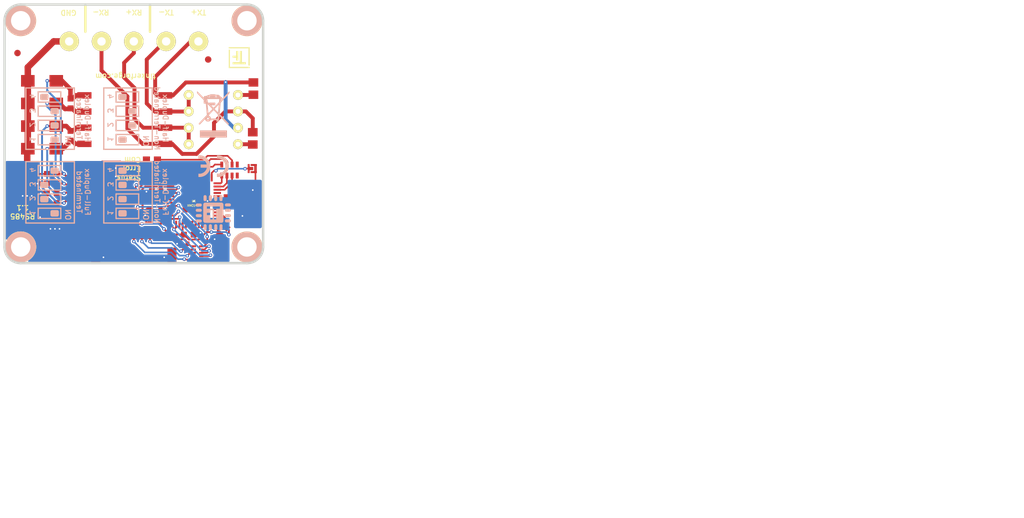
<source format=kicad_pcb>
(kicad_pcb (version 20221018) (generator pcbnew)
  (title_block (title "RS485") (date "2021-03-26") (rev "1.1") (company "Tinkerforge GmbH") (comment 1 "Licensed under CERN OHL v.1.1") (comment 2 "Copyright (©) 2021, B.Nordmeyer <bastian@tinkerforge.com>"))
  (layers (0 "F.Cu" signal "Vorderseite") (31 "B.Cu" signal "Rückseite") (34 "B.Paste" user) (35 "F.Paste" user) (36 "B.SilkS" user "B.Silkscreen") (37 "F.SilkS" user "F.Silkscreen") (38 "B.Mask" user) (39 "F.Mask" user) (44 "Edge.Cuts" user))
  (net 0 "")
  (net 1 "GND")
  (net 2 "VCC")
  (net 3 "Net-(C1-Pad2)")
  (net 4 "Net-(C8-Pad1)")
  (net 5 "Net-(D1-Pad2)")
  (net 6 "Net-(D2-Pad2)")
  (net 7 "Net-(D3-Pad2)")
  (net 8 "S-MISO")
  (net 9 "S-MOSI")
  (net 10 "S-CLK")
  (net 11 "S-CS")
  (net 12 "Net-(P2-Pad2)")
  (net 13 "Net-(RP1-Pad5)")
  (net 14 "Net-(RP1-Pad6)")
  (net 15 "Net-(RP1-Pad7)")
  (net 16 "Net-(R1-Pad1)")
  (net 17 "Net-(R2-Pad2)")
  (net 18 "Net-(D4-Pad1)")
  (net 19 "Net-(D5-Pad1)")
  (net 20 "Net-(D6-Pad1)")
  (net 21 "Net-(D7-Pad1)")
  (net 22 "485-R")
  (net 23 "485-~{REB}")
  (net 24 "485-DE")
  (net 25 "485-D")
  (net 26 "Net-(RP2-Pad5)")
  (net 27 "Net-(RP2-Pad6)")
  (net 28 "Net-(RP2-Pad7)")
  (net 29 "Net-(RP2-Pad8)")
  (net 30 "~{TX}")
  (net 31 "TX")
  (net 32 "~{RX}")
  (net 33 "RX")
  (net 34 "Earth")
  (net 35 "Net-(C9-Pad1)")
  (net 36 "Net-(R9-Pad1)")
  (net 37 "Net-(C101-Pad1)")
  (net 38 "Net-(P1-Pad1)")
  (net 39 "Net-(P1-Pad4)")
  (net 40 "Net-(P1-Pad5)")
  (net 41 "Net-(P1-Pad6)")
  (net 42 "Net-(RP1-Pad1)")
  (net 43 "Net-(RP1-Pad8)")
  (net 44 "Net-(RP3-Pad4)")
  (net 45 "Net-(U1-Pad2)")
  (net 46 "Net-(U1-Pad3)")
  (net 47 "Net-(U1-Pad4)")
  (net 48 "Net-(U1-Pad5)")
  (net 49 "Net-(U1-Pad6)")
  (net 50 "Net-(U1-Pad7)")
  (net 51 "Net-(U1-Pad8)")
  (net 52 "Net-(U1-Pad9)")
  (net 53 "Net-(U1-Pad10)")
  (net 54 "Net-(U1-Pad11)")
  (net 55 "Net-(U1-Pad12)")
  (net 56 "Net-(U1-Pad21)")
  (net 57 "Net-(U1-Pad22)")
  (net 58 "Net-(U1-Pad26)")
  (net 59 "Net-(U1-Pad28)")
  (net 60 "Net-(U1-Pad29)")
  (net 61 "Net-(U1-Pad30)")
  (net 62 "Net-(U1-Pad31)")
  (net 63 "Net-(U1-Pad32)")
  (net 64 "Net-(U1-Pad33)")
  (net 65 "Net-(U1-Pad34)")
  (net 66 "Net-(U1-Pad35)")
  (net 67 "Net-(U1-Pad36)")
  (net 68 "Net-(U1-Pad39)")
  (net 69 "Net-(U1-Pad40)")
  (net 70 "Net-(U1-Pad43)")
  (net 71 "Net-(U1-Pad44)")
  (net 72 "Net-(U1-Pad45)")
  (net 73 "Net-(U6-Pad1)")
  (net 74 "Net-(U6-Pad8)")
  (net 75 "Net-(U6-Pad13)")
  (footprint "kicad-libraries:SolderJumper" (layer "F.Cu") (at 163.617157 108.470711 180)
    (fp_text reference "P2")
    (fp_text value "BOOT")
  )
  (footprint "kicad-libraries:0603X4" (layer "F.Cu") (at 160.1 108.7)
    (fp_text reference "RP1")
    (fp_text value "1k")
  )
  (footprint "kicad-libraries:WE-SL" (layer "F.Cu") (at 143.9 100.9)
    (fp_text reference "L1")
    (fp_text value "WE-SL")
  )
  (footprint "kicad-libraries:0603X4" (layer "F.Cu") (at 144 113.6 -90)
    (fp_text reference "RP2")
    (fp_text value "10k")
  )
  (footprint "kicad-libraries:SOIC-14_3.9x8.7mm_Pitch1.27mm" (layer "F.Cu") (at 138.6 112.2 180)
    (fp_text reference "U6")
    (fp_text value "SP3491")
  )
  (footprint "kicad-libraries:QFN48-EP2" (layer "F.Cu") (at 154.6 113.5 180)
    (fp_text reference "U1")
    (fp_text value "XMC1404")
  )
  (footprint "kicad-libraries:CRYSTAL_3225" (layer "F.Cu") (at 162.9 113.8 -90)
    (fp_text reference "X1")
    (fp_text value "16MHz")
  )
  (footprint "kicad-libraries:0603X4" (layer "F.Cu") (at 148.7 115.7 -90)
    (fp_text reference "RP3")
    (fp_text value "10k")
  )
  (footprint "D0603E" (layer "F.Cu") (at 148.1 107.1)
    (fp_text reference "D1")
    (fp_text value "yellow")
  )
  (footprint "D0603E" (layer "F.Cu") (at 148.1 108.5)
    (fp_text reference "D2")
    (fp_text value "red")
  )
  (footprint "D0603E" (layer "F.Cu") (at 148.1 109.9)
    (fp_text reference "D3")
    (fp_text value "blue")
  )
  (footprint "DO-214AC" (layer "F.Cu") (at 131.1 105.4 180)
    (fp_text reference "D4")
    (fp_text value "SMAJ24CA")
  )
  (footprint "DO-214AC" (layer "F.Cu") (at 131.1 98.4 180)
    (fp_text reference "D5")
    (fp_text value "SMAJ24CA")
  )
  (footprint "DO-214AC" (layer "F.Cu") (at 131.1 101.9 180)
    (fp_text reference "D6")
    (fp_text value "SMAJ24CA")
  )
  (footprint "DO-214AC" (layer "F.Cu") (at 131.1 94.9 180)
    (fp_text reference "D7")
    (fp_text value "SMAJ24CA")
  )
  (footprint "CON-SENSOR2" (layer "F.Cu") (at 145.3 123.1)
    (fp_text reference "P1")
    (fp_text value "CON-SENSOR2")
  )
  (footprint "SW_DIP_4_THT" (layer "F.Cu") (at 157.6 100.9 -90)
    (fp_text reference "SW1")
    (fp_text value "SW_DIP_4")
  )
  (footprint "DRILL_NP" (layer "F.Cu") (at 127.8 85.6 -90)
    (fp_text reference "U2" hide)
    (fp_text value "DRILL" hide)
  )
  (footprint "DRILL_NP" (layer "F.Cu") (at 127.8 120.6 90)
    (fp_text reference "U3" hide)
    (fp_text value "DRILL" hide)
  )
  (footprint "DRILL_NP" (layer "F.Cu") (at 162.8 120.6 90)
    (fp_text reference "U4" hide)
    (fp_text value "DRILL" hide)
  )
  (footprint "DRILL_NP" (layer "F.Cu") (at 162.8 85.6)
    (fp_text reference "U5" hide)
    (fp_text value "DRILL" hide)
  )
  (footprint "R0603F" (layer "F.Cu") (at 135.5 103.4 -90)
    (fp_text reference "R4")
    (fp_text value "2.2k")
  )
  (footprint "C0603F" (layer "F.Cu") (at 137.5 119.6 -90)
    (fp_text reference "C1")
    (fp_text value "1uF")
  )
  (footprint "C0603F" (layer "F.Cu") (at 133.1 119.6 -90)
    (fp_text reference "C2")
    (fp_text value "1uF")
  )
  (footprint "C0603F" (layer "F.Cu") (at 159.1 118.1 -135)
    (fp_text reference "C3")
    (fp_text value "100nF")
  )
  (footprint "C0603F" (layer "F.Cu") (at 148.1 112.75 90)
    (fp_text reference "C4")
    (fp_text value "100nF")
  )
  (footprint "C0603F" (layer "F.Cu") (at 153.8 118.7)
    (fp_text reference "C5")
    (fp_text value "100nF")
  )
  (footprint "C0603F" (layer "F.Cu") (at 149.4 112.75 90)
    (fp_text reference "C6")
    (fp_text value "220nF")
  )
  (footprint "C0603E" (layer "F.Cu") (at 132.6 116)
    (fp_text reference "C7")
    (fp_text value "100nF")
  )
  (footprint "C0603F" (layer "F.Cu") (at 162.9 116.5 180)
    (fp_text reference "C8")
    (fp_text value "10pF")
  )
  (footprint "C0603F" (layer "F.Cu") (at 162.9 111.1)
    (fp_text reference "C9")
    (fp_text value "10pF")
  )
  (footprint "AKL_5_5" (layer "F.Cu") (at 145.3 88.8)
    (fp_text reference "P3")
    (fp_text value "CONN_5")
  )
  (footprint "R0603F" (layer "F.Cu") (at 132.6 113.8)
    (fp_text reference "R3")
    (fp_text value "2.7k")
  )
  (footprint "R0603F" (layer "F.Cu") (at 132.6 112.3 180)
    (fp_text reference "R5")
    (fp_text value "2.7k")
  )
  (footprint "R0805E" (layer "F.Cu") (at 163.7 103.8 90)
    (fp_text reference "R1")
    (fp_text value "120")
  )
  (footprint "R0805E" (layer "F.Cu") (at 163.8 96.1 -90)
    (fp_text reference "R2")
    (fp_text value "120")
  )
  (footprint "R0603F" (layer "F.Cu") (at 132.6 109.3)
    (fp_text reference "R6")
    (fp_text value "2.7k")
  )
  (footprint "R0603F" (layer "F.Cu") (at 135.5 98.4 -90)
    (fp_text reference "R7")
    (fp_text value "2.2k")
  )
  (footprint "R0603F" (layer "F.Cu") (at 132.6 110.8 180)
    (fp_text reference "R8")
    (fp_text value "2.7k")
  )
  (footprint "C1206" (layer "F.Cu") (at 128.8 110.3 -90)
    (fp_text reference "PTC1")
    (fp_text value "0ZCJ0016FF2E")
  )
  (footprint "R0402E" (layer "F.Cu") (at 160.2 112.9)
    (fp_text reference "R9")
    (fp_text value "0")
  )
  (footprint "kicad-libraries:R0603F" (layer "F.Cu") (at 135.3 120.4 180)
    (fp_text reference "FB1")
    (fp_text value "FILTER")
  )
  (footprint "kicad-libraries:4X0402" (layer "F.Cu") (at 155.15 121.25 90)
    (fp_text reference "RP101")
    (fp_text value "82")
  )
  (footprint "kicad-libraries:C0402F" (layer "F.Cu") (at 153.1 120.1 180)
    (fp_text reference "C101")
    (fp_text value "220pF")
  )
  (footprint "kicad-libraries:Fiducial_Mark" (layer "F.Cu") (at 131.3 121.6)
    (fp_text reference "Fiducial_Mark" hide)
    (fp_text value "VAL**" hide)
  )
  (footprint "kicad-libraries:Fiducial_Mark" (layer "F.Cu") (at 127.3 90.6)
    (fp_text reference "Fiducial_Mark" hide)
    (fp_text value "VAL**" hide)
  )
  (footprint "kicad-libraries:Fiducial_Mark" (layer "F.Cu") (at 159 120.8)
    (fp_text reference "Fiducial_Mark" hide)
    (fp_text value "VAL**" hide)
  )
  (footprint "kicad-libraries:Logo_31x31" (layer "F.Cu") (at 161.6 91.3 180)
    (fp_text reference "G***" hide)
    (fp_text value "LOGO" hide)
  )
  (footprint "kicad-libraries:Fiducial_Mark" (layer "F.Cu") (at 156.8 91.6)
    (fp_text reference "Fiducial_Mark" hide)
    (fp_text value "VAL**" hide)
  )
  (footprint "R0603F" (layer "F.Cu") (at 144 111.1 180)
    (fp_text reference "R101")
    (fp_text value "10k")
  )
  (footprint "kicad-libraries:CE_5mm" (layer "B.Cu") (at 157.6 108.1 180)
    (fp_text reference "VAL" hide)
    (fp_text value "CE_5mm" hide)
  )
  (footprint "kicad-libraries:WEEE_7mm" (layer "B.Cu") (at 157.6 100.1 180)
    (fp_text reference "VAL" hide)
    (fp_text value "WEEE_7mm" hide)
  )
  (footprint "kicad-libraries:Logo_CoMCU" (layer "B.Cu") (at 157.6 115.3 180)
    (fp_text reference "G***" hide)
    (fp_text value "LOGO" hide)
  )
  (gr_line (start 134 102.6) (end 130.5 102.6) (stroke (width 0.2)) (layer "B.SilkS"))
  (gr_line (start 134 101) (end 134 102.6) (stroke (width 0.2)) (layer "B.SilkS"))
  (gr_line (start 130.5 101) (end 134 101) (stroke (width 0.2)) (layer "B.SilkS"))
  (gr_line (start 130.5 102.6) (end 130.5 101) (stroke (width 0.2)) (layer "B.SilkS"))
  (gr_line (start 130.5 100.4) (end 130.5 98.8) (stroke (width 0.2)) (layer "B.SilkS"))
  (gr_line (start 130.5 98.8) (end 134 98.8) (stroke (width 0.2)) (layer "B.SilkS"))
  (gr_line (start 134 98.8) (end 134 100.4) (stroke (width 0.2)) (layer "B.SilkS"))
  (gr_line (start 134 100.4) (end 130.5 100.4) (stroke (width 0.2)) (layer "B.SilkS"))
  (gr_line (start 134 98.2) (end 130.5 98.2) (stroke (width 0.2)) (layer "B.SilkS"))
  (gr_line (start 134 96.6) (end 134 98.2) (stroke (width 0.2)) (layer "B.SilkS"))
  (gr_line (start 130.5 96.6) (end 134 96.6) (stroke (width 0.2)) (layer "B.SilkS"))
  (gr_line (start 130.5 98.2) (end 130.5 96.6) (stroke (width 0.2)) (layer "B.SilkS"))
  (gr_line (start 142.55 98.2) (end 142.55 96.6) (stroke (width 0.2)) (layer "B.SilkS"))
  (gr_line (start 142.55 96.6) (end 146.05 96.6) (stroke (width 0.2)) (layer "B.SilkS"))
  (gr_line (start 146.05 96.6) (end 146.05 98.2) (stroke (width 0.2)) (layer "B.SilkS"))
  (gr_line (start 146.05 98.2) (end 142.55 98.2) (stroke (width 0.2)) (layer "B.SilkS"))
  (gr_line (start 146.05 100.4) (end 142.55 100.4) (stroke (width 0.2)) (layer "B.SilkS"))
  (gr_line (start 146.05 98.8) (end 146.05 100.4) (stroke (width 0.2)) (layer "B.SilkS"))
  (gr_line (start 142.55 98.8) (end 146.05 98.8) (stroke (width 0.2)) (layer "B.SilkS"))
  (gr_line (start 142.55 100.4) (end 142.55 98.8) (stroke (width 0.2)) (layer "B.SilkS"))
  (gr_line (start 142.55 102.6) (end 142.55 101) (stroke (width 0.2)) (layer "B.SilkS"))
  (gr_line (start 142.55 101) (end 146.05 101) (stroke (width 0.2)) (layer "B.SilkS"))
  (gr_line (start 146.05 101) (end 146.05 102.6) (stroke (width 0.2)) (layer "B.SilkS"))
  (gr_line (start 146.05 102.6) (end 142.55 102.6) (stroke (width 0.2)) (layer "B.SilkS"))
  (gr_line (start 146.05 104.8) (end 142.55 104.8) (stroke (width 0.2)) (layer "B.SilkS"))
  (gr_line (start 146.05 103.2) (end 146.05 104.8) (stroke (width 0.2)) (layer "B.SilkS"))
  (gr_line (start 142.55 103.2) (end 146.05 103.2) (stroke (width 0.2)) (layer "B.SilkS"))
  (gr_line (start 142.55 104.8) (end 142.55 103.2) (stroke (width 0.2)) (layer "B.SilkS"))
  (gr_line (start 148.15 105.5) (end 140.65 105.5) (stroke (width 0.2)) (layer "B.SilkS"))
  (gr_line (start 148.15 96) (end 148.15 105.5) (stroke (width 0.2)) (layer "B.SilkS"))
  (gr_line (start 140.65 96) (end 148.15 96) (stroke (width 0.2)) (layer "B.SilkS"))
  (gr_line (start 140.65 105.5) (end 140.65 96) (stroke (width 0.2)) (layer "B.SilkS"))
  (gr_line (start 140.65 116.9) (end 140.65 107.4) (stroke (width 0.2)) (layer "B.SilkS"))
  (gr_line (start 140.65 107.4) (end 148.15 107.4) (stroke (width 0.2)) (layer "B.SilkS"))
  (gr_line (start 148.15 107.4) (end 148.15 116.9) (stroke (width 0.2)) (layer "B.SilkS"))
  (gr_line (start 148.15 116.9) (end 140.65 116.9) (stroke (width 0.2)) (layer "B.SilkS"))
  (gr_line (start 142.55 116.2) (end 142.55 114.6) (stroke (width 0.2)) (layer "B.SilkS"))
  (gr_line (start 142.55 114.6) (end 146.05 114.6) (stroke (width 0.2)) (layer "B.SilkS"))
  (gr_line (start 146.05 114.6) (end 146.05 116.2) (stroke (width 0.2)) (layer "B.SilkS"))
  (gr_line (start 146.05 116.2) (end 142.55 116.2) (stroke (width 0.2)) (layer "B.SilkS"))
  (gr_line (start 146.05 114) (end 142.55 114) (stroke (width 0.2)) (layer "B.SilkS"))
  (gr_line (start 146.05 112.4) (end 146.05 114) (stroke (width 0.2)) (layer "B.SilkS"))
  (gr_line (start 142.55 112.4) (end 146.05 112.4) (stroke (width 0.2)) (layer "B.SilkS"))
  (gr_line (start 142.55 114) (end 142.55 112.4) (stroke (width 0.2)) (layer "B.SilkS"))
  (gr_line (start 142.55 111.8) (end 142.55 110.2) (stroke (width 0.2)) (layer "B.SilkS"))
  (gr_line (start 142.55 110.2) (end 146.05 110.2) (stroke (width 0.2)) (layer "B.SilkS"))
  (gr_line (start 146.05 110.2) (end 146.05 111.8) (stroke (width 0.2)) (layer "B.SilkS"))
  (gr_line (start 146.05 111.8) (end 142.55 111.8) (stroke (width 0.2)) (layer "B.SilkS"))
  (gr_line (start 146.05 109.6) (end 142.55 109.6) (stroke (width 0.2)) (layer "B.SilkS"))
  (gr_line (start 146.05 108) (end 146.05 109.6) (stroke (width 0.2)) (layer "B.SilkS"))
  (gr_line (start 142.55 108) (end 146.05 108) (stroke (width 0.2)) (layer "B.SilkS"))
  (gr_line (start 142.55 109.6) (end 142.55 108) (stroke (width 0.2)) (layer "B.SilkS"))
  (gr_line (start 130.5 109.6) (end 130.5 108) (stroke (width 0.2)) (layer "B.SilkS"))
  (gr_line (start 130.5 108) (end 134 108) (stroke (width 0.2)) (layer "B.SilkS"))
  (gr_line (start 134 108) (end 134 109.6) (stroke (width 0.2)) (layer "B.SilkS"))
  (gr_line (start 134 109.6) (end 130.5 109.6) (stroke (width 0.2)) (layer "B.SilkS"))
  (gr_line (start 134 111.8) (end 130.5 111.8) (stroke (width 0.2)) (layer "B.SilkS"))
  (gr_line (start 134 110.2) (end 134 111.8) (stroke (width 0.2)) (layer "B.SilkS"))
  (gr_line (start 130.5 110.2) (end 134 110.2) (stroke (width 0.2)) (layer "B.SilkS"))
  (gr_line (start 130.5 111.8) (end 130.5 110.2) (stroke (width 0.2)) (layer "B.SilkS"))
  (gr_line (start 130.5 114) (end 130.5 112.4) (stroke (width 0.2)) (layer "B.SilkS"))
  (gr_line (start 130.5 112.4) (end 134 112.4) (stroke (width 0.2)) (layer "B.SilkS"))
  (gr_line (start 134 112.4) (end 134 114) (stroke (width 0.2)) (layer "B.SilkS"))
  (gr_line (start 134 114) (end 130.5 114) (stroke (width 0.2)) (layer "B.SilkS"))
  (gr_line (start 134 116.2) (end 130.5 116.2) (stroke (width 0.2)) (layer "B.SilkS"))
  (gr_line (start 134 114.6) (end 134 116.2) (stroke (width 0.2)) (layer "B.SilkS"))
  (gr_line (start 130.5 114.6) (end 134 114.6) (stroke (width 0.2)) (layer "B.SilkS"))
  (gr_line (start 130.5 116.2) (end 130.5 114.6) (stroke (width 0.2)) (layer "B.SilkS"))
  (gr_line (start 136.1 116.9) (end 128.6 116.9) (stroke (width 0.2)) (layer "B.SilkS"))
  (gr_line (start 136.1 107.4) (end 136.1 116.9) (stroke (width 0.2)) (layer "B.SilkS"))
  (gr_line (start 128.6 107.4) (end 136.1 107.4) (stroke (width 0.2)) (layer "B.SilkS"))
  (gr_line (start 128.6 116.9) (end 128.6 107.4) (stroke (width 0.2)) (layer "B.SilkS"))
  (gr_line (start 128.6 105.5) (end 128.6 96) (stroke (width 0.2)) (layer "B.SilkS"))
  (gr_line (start 128.6 96) (end 136.1 96) (stroke (width 0.2)) (layer "B.SilkS"))
  (gr_line (start 134 103.2) (end 134 104.8) (stroke (width 0.2)) (layer "B.SilkS"))
  (gr_line (start 130.5 104.8) (end 130.5 103.2) (stroke (width 0.2)) (layer "B.SilkS"))
  (gr_line (start 136.1 105.5) (end 128.6 105.5) (stroke (width 0.2)) (layer "B.SilkS"))
  (gr_line (start 134 104.8) (end 130.5 104.8) (stroke (width 0.2)) (layer "B.SilkS"))
  (gr_line (start 136.1 96) (end 136.1 105.5) (stroke (width 0.2)) (layer "B.SilkS"))
  (gr_line (start 130.5 103.2) (end 134 103.2) (stroke (width 0.2)) (layer "B.SilkS"))
  (gr_line (start 147.8 87.3) (end 147.8 83.1) (stroke (width 0.381)) (layer "F.SilkS"))
  (gr_line (start 137.8 87.3) (end 137.8 83.1) (stroke (width 0.381)) (layer "F.SilkS"))
  (gr_line (start 125.3 85.6) (end 125.3 120.6) (stroke (width 0.381)) (layer "Edge.Cuts"))
  (gr_line (start 127.8 83.1) (end 162.8 83.1) (stroke (width 0.381)) (layer "Edge.Cuts"))
  (gr_arc (start 125.3 85.6) (mid 126.032233 83.832233) (end 127.8 83.1) (stroke (width 0.381)) (layer "Edge.Cuts"))
  (gr_arc (start 127.8 123.1) (mid 126.032233 122.367767) (end 125.3 120.6) (stroke (width 0.381)) (layer "Edge.Cuts"))
  (gr_line (start 165.3 120.6) (end 165.3 85.6) (stroke (width 0.381)) (layer "Edge.Cuts"))
  (gr_line (start 162.8 123.1) (end 127.8 123.1) (stroke (width 0.381)) (layer "Edge.Cuts"))
  (gr_arc (start 162.8 83.1) (mid 164.567767 83.832233) (end 165.3 85.6) (stroke (width 0.381)) (layer "Edge.Cuts"))
  (gr_arc (start 165.3 120.6) (mid 164.567767 122.367767) (end 162.8 123.1) (stroke (width 0.381)) (layer "Edge.Cuts"))
  (gr_text "2" (at 129.6 101.7 270) (layer "B.SilkS") (effects (font (size 0.8 0.8)) (justify mirror)))
  (gr_text "3" (at 129.6 99.5 270) (layer "B.SilkS") (effects (font (size 0.8 0.8)) (justify mirror)))
  (gr_text "4" (at 129.6 97.3 270) (layer "B.SilkS") (effects (font (size 0.8 0.8)) (justify mirror)))
  (gr_text "Half-Duplex\nNon-Terminated" (at 149.55 100.7 270) (layer "B.SilkS") (effects (font (size 0.8 0.8)) (justify mirror)))
  (gr_text "4" (at 141.65 97.3 270) (layer "B.SilkS") (effects (font (size 0.8 0.8)) (justify mirror)))
  (gr_text "3" (at 141.65 99.5 270) (layer "B.SilkS") (effects (font (size 0.8 0.8)) (justify mirror)))
  (gr_text "2" (at 141.65 101.7 270) (layer "B.SilkS") (effects (font (size 0.8 0.8)) (justify mirror)))
  (gr_text "1" (at 141.65 103.9 270) (layer "B.SilkS") (effects (font (size 0.8 0.8)) (justify mirror)))
  (gr_text "ON" (at 147.15 104.2 270) (layer "B.SilkS") (effects (font (size 0.8 0.8)) (justify mirror)))
  (gr_text "ON" (at 147.15 115.6 270) (layer "B.SilkS") (effects (font (size 0.8 0.8)) (justify mirror)))
  (gr_text "1" (at 141.65 115.3 270) (layer "B.SilkS") (effects (font (size 0.8 0.8)) (justify mirror)))
  (gr_text "2" (at 141.65 113.1 270) (layer "B.SilkS") (effects (font (size 0.8 0.8)) (justify mirror)))
  (gr_text "3" (at 141.65 110.9 270) (layer "B.SilkS") (effects (font (size 0.8 0.8)) (justify mirror)))
  (gr_text "4" (at 141.65 108.7 270) (layer "B.SilkS") (effects (font (size 0.8 0.8)) (justify mirror)))
  (gr_text "Full-Duplex\nNon-Terminated" (at 149.55 112.1 270) (layer "B.SilkS") (effects (font (size 0.8 0.8)) (justify mirror)))
  (gr_text "Full-Duplex\nTerminated" (at 137.5 112.1 270) (layer "B.SilkS") (effects (font (size 0.8 0.8)) (justify mirror)))
  (gr_text "4" (at 129.6 108.7 270) (layer "B.SilkS") (effects (font (size 0.8 0.8)) (justify mirror)))
  (gr_text "3" (at 129.6 110.9 270) (layer "B.SilkS") (effects (font (size 0.8 0.8)) (justify mirror)))
  (gr_text "2" (at 129.6 113.1 270) (layer "B.SilkS") (effects (font (size 0.8 0.8)) (justify mirror)))
  (gr_text "1" (at 129.6 115.3 270) (layer "B.SilkS") (effects (font (size 0.8 0.8)) (justify mirror)))
  (gr_text "ON" (at 135.1 115.6 270) (layer "B.SilkS") (effects (font (size 0.8 0.8)) (justify mirror)))
  (gr_text "1" (at 129.6 103.9 270) (layer "B.SilkS") (effects (font (size 0.8 0.8)) (justify mirror)))
  (gr_text "ON" (at 135.1 104.2 270) (layer "B.SilkS") (effects (font (size 0.8 0.8)) (justify mirror)))
  (gr_text "Half-Duplex\nTerminated" (at 137.5 100.7 270) (layer "B.SilkS") (effects (font (size 0.8 0.8)) (justify mirror)))
  (gr_text "RS485\n1.1" (at 128.1 115.2 180) (layer "F.SilkS") (effects (font (size 0.8001 0.8001) (thickness 0.14986))))
  (gr_text "Status" (at 146.5 109.9 180) (layer "F.SilkS") (effects (font (size 0.8 0.8)) (justify left)))
  (gr_text "Com" (at 146.5 107.1 180) (layer "F.SilkS") (effects (font (size 0.8 0.8)) (justify left)))
  (gr_text "TX-" (at 150.3 84.3 180) (layer "F.SilkS") (effects (font (size 0.8 0.8))))
  (gr_text "GND" (at 135.2 84.35 180) (layer "F.SilkS") (effects (font (size 0.8 0.8))))
  (gr_text "RX+" (at 145.3 84.3 180) (layer "F.SilkS") (effects (font (size 0.8 0.8))))
  (gr_text "tinkerforge.com" (at 144 94.2 180) (layer "F.SilkS") (effects (font (size 0.8001 0.8001) (thickness 0.14986))))
  (gr_text "Error" (at 146.5 108.5 180) (layer "F.SilkS") (effects (font (size 0.8 0.8)) (justify left)))
  (gr_text "RX-" (at 140.2 84.3 180) (layer "F.SilkS") (effects (font (size 0.8 0.8))))
  (gr_text "TX+" (at 155.3 84.3 180) (layer "F.SilkS") (effects (font (size 0.8 0.8))))
  (segment (start 133.0499 118.7499) (end 132.4 118.1) (width 0.7) (layer "F.Cu") (net 1))
  (segment (start 132.4 118.1) (end 132.4 117.8) (width 0.7) (layer "F.Cu") (net 1))
  (segment (start 133.1 118.7) (end 133.8 118) (width 0.7) (layer "F.Cu") (net 1))
  (segment (start 133.8 118) (end 133.8 117.8) (width 0.7) (layer "F.Cu") (net 1))
  (segment (start 128.80114 111.80114) (end 129.5 112.5) (width 0.7) (layer "F.Cu") (net 1))
  (segment (start 129.5 112.5) (end 129.5 112.7) (width 0.7) (layer "F.Cu") (net 1))
  (segment (start 128.39886 111.80114) (end 128.1 112.1) (width 0.7) (layer "F.Cu") (net 1))
  (segment (start 128.1 112.1) (end 128.1 112.7) (width 0.7) (layer "F.Cu") (net 1))
  (segment (start 142.49 108.39) (end 142.5 108.4) (width 0.7) (layer "F.Cu") (net 1))
  (segment (start 142.46 109.66) (end 142.5 109.7) (width 0.59944) (layer "F.Cu") (net 1))
  (segment (start 140.59916 122.20084) (end 140.6 122.2) (width 0.5) (layer "F.Cu") (net 1))
  (segment (start 150.00084 122.20084) (end 150 122.2) (width 0.5) (layer "F.Cu") (net 1))
  (segment (start 154.8 113.5) (end 154.6 113.5) (width 0.25) (layer "F.Cu") (net 1))
  (segment (start 162.0499 115.8501) (end 162.1 115.8) (width 0.5) (layer "F.Cu") (net 1))
  (segment (start 162.0999 115.7999) (end 162.1 115.8) (width 0.5) (layer "F.Cu") (net 1))
  (segment (start 163.7001 111.8001) (end 163.7 111.8) (width 0.5) (layer "F.Cu") (net 1))
  (segment (start 163.7501 111.7499) (end 163.7 111.8) (width 0.5) (layer "F.Cu") (net 1))
  (segment (start 158.64828 116.24828) (end 158.9 116.5) (width 0.29972) (layer "F.Cu") (net 1))
  (segment (start 158.9 116.5) (end 158.9 116.9) (width 0.29972) (layer "F.Cu") (net 1))
  (segment (start 158.9 116.9) (end 158.3 117.5) (width 0.29972) (layer "F.Cu") (net 1))
  (segment (start 158.3 117.5) (end 158.3 118.502222) (width 0.29972) (layer "F.Cu") (net 1))
  (segment (start 158.3 118.502222) (end 158.498889 118.701111) (width 0.29972) (layer "F.Cu") (net 1))
  (segment (start 164.067158 109.020711) (end 164.117157 108.970711) (width 0.25) (layer "F.Cu") (net 1))
  (segment (start 164.117157 108.970711) (end 164.117157 108.47071) (width 0.25) (layer "F.Cu") (net 1))
  (segment (start 164.067157 107.92071) (end 164.117157 107.970711) (width 0.25) (layer "F.Cu") (net 1))
  (segment (start 164.117157 107.970711) (end 164.117157 108.47071) (width 0.25) (layer "F.Cu") (net 1))
  (segment (start 164.117157 110.732943) (end 163.7501 111.1) (width 0.25) (layer "F.Cu") (net 1))
  (segment (start 142.8 119.7) (end 142.6 119.9) (width 0.5) (layer "F.Cu") (net 1))
  (segment (start 142.6 119.9) (end 141.1 119.9) (width 0.5) (layer "F.Cu") (net 1))
  (segment (start 141.1 119.9) (end 139.9499 118.7499) (width 0.5) (layer "F.Cu") (net 1))
  (segment (start 139.9499 118.7499) (end 137.5 118.7499) (width 0.5) (layer "F.Cu") (net 1))
  (segment (start 155.3 118.7) (end 155.6 118.4) (width 0.25) (layer "F.Cu") (net 1))
  (segment (start 150.4007 112.7507) (end 149.65 112) (width 0.2) (layer "F.Cu") (net 1))
  (segment (start 149.65 112) (end 149.4 112) (width 0.2) (layer "F.Cu") (net 1))
  (segment (start 147.3 112) (end 147.25 112.05) (width 0.5) (layer "F.Cu") (net 1))
  (segment (start 147.44878 116.09878) (end 147.05 115.7) (width 0.25) (layer "F.Cu") (net 1))
  (segment (start 147.44878 115.30122) (end 147.05 115.7) (width 0.25) (layer "F.Cu") (net 1))
  (segment (start 147.49888 114.50112) (end 147.2 114.8) (width 0.25) (layer "F.Cu") (net 1))
  (segment (start 147.2 114.8) (end 147.2 115.55) (width 0.25) (layer "F.Cu") (net 1))
  (segment (start 147.2 115.55) (end 147.05 115.7) (width 0.25) (layer "F.Cu") (net 1))
  (segment (start 147.34888 116.89888) (end 147.2 116.75) (width 0.25) (layer "F.Cu") (net 1))
  (segment (start 147.2 116.75) (end 147.2 115.85) (width 0.25) (layer "F.Cu") (net 1))
  (segment (start 147.2 115.85) (end 147.05 115.7) (width 0.25) (layer "F.Cu") (net 1))
  (segment (start 133.1 118.7499) (end 137.5 118.7499) (width 0.7) (layer "F.Cu") (net 1))
  (segment (start 154.6501 118.7) (end 155.3 118.7) (width 0.25) (layer "F.Cu") (net 1))
  (segment (start 150.98812 112.7507) (end 150.4007 112.7507) (width 0.2) (layer "F.Cu") (net 1))
  (segment (start 147.8491 116.89888) (end 147.34888 116.89888) (width 0.25) (layer "F.Cu") (net 1))
  (segment (start 139.50118 122.20084) (end 140.59916 122.20084) (width 0.5) (layer "F.Cu") (net 1))
  (segment (start 152.6 120.1) (end 152 120.1) (width 0.25) (layer "F.Cu") (net 1))
  (segment (start 154.6 113.5) (end 156.7 113.5) (width 0.7) (layer "F.Cu") (net 1))
  (segment (start 151.09882 122.20084) (end 150.00084 122.20084) (width 0.5) (layer "F.Cu") (net 1))
  (segment (start 147.8491 114.50112) (end 147.49888 114.50112) (width 0.25) (layer "F.Cu") (net 1))
  (segment (start 158.498889 118.701111) (end 157.8 119.4) (width 0.29972) (layer "F.Cu") (net 1))
  (segment (start 141.3 109.66) (end 142.46 109.66) (width 0.59944) (layer "F.Cu") (net 1))
  (segment (start 163.7001 111.8001) (end 163.7001 112.70018) (width 0.5) (layer "F.Cu") (net 1))
  (segment (start 131.7499 116) (end 130.8 116) (width 0.7) (layer "F.Cu") (net 1))
  (segment (start 142.8 109.7) (end 142.5 109.7) (width 0.25) (layer "F.Cu") (net 1))
  (segment (start 147.8491 115.30122) (end 147.44878 115.30122) (width 0.25) (layer "F.Cu") (net 1))
  (segment (start 149.4 112) (end 148.1 112) (width 0.5) (layer "F.Cu") (net 1))
  (segment (start 148.1 112) (end 147.3 112) (width 0.5) (layer "F.Cu") (net 1))
  (segment (start 128.8 111.80114) (end 128.39886 111.80114) (width 0.7) (layer "F.Cu") (net 1))
  (segment (start 143.25 110.15) (end 142.8 109.7) (width 0.25) (layer "F.Cu") (net 1))
  (segment (start 133.1 118.7499) (end 133.1 117.8) (width 0.7) (layer "F.Cu") (net 1))
  (segment (start 143.25 111.1) (end 143.25 110.15) (width 0.25) (layer "F.Cu") (net 1))
  (segment (start 163.7501 111.1) (end 163.7501 111.7499) (width 0.5) (layer "F.Cu") (net 1))
  (segment (start 164.117157 108.470711) (end 164.117157 110.732943) (width 0.25) (layer "F.Cu") (net 1))
  (segment (start 133.1 118.7499) (end 133.0499 118.7499) (width 0.7) (layer "F.Cu") (net 1))
  (segment (start 162.0499 115.8501) (end 162.0499 116.5) (width 0.5) (layer "F.Cu") (net 1))
  (segment (start 128.8 111.80114) (end 128.8 112.7) (width 0.7) (layer "F.Cu") (net 1))
  (segment (start 147.8491 116.09878) (end 147.44878 116.09878) (width 0.25) (layer "F.Cu") (net 1))
  (segment (start 131.7499 112.3) (end 130.9 112.3) (width 0.7) (layer "F.Cu") (net 1))
  (segment (start 162.0999 114.89982) (end 162.0999 115.7999) (width 0.5) (layer "F.Cu") (net 1))
  (segment (start 133.1 118.7499) (end 133.1 118.7) (width 0.7) (layer "F.Cu") (net 1))
  (segment (start 141.3 108.39) (end 142.49 108.39) (width 0.59944) (layer "F.Cu") (net 1))
  (segment (start 158.20934 116.24828) (end 158.64828 116.24828) (width 0.29972) (layer "F.Cu") (net 1))
  (segment (start 163.842158 109.020711) (end 164.067158 109.020711) (width 0.25) (layer "F.Cu") (net 1))
  (segment (start 142.8 118.5) (end 142.8 119.7) (width 0.5) (layer "F.Cu") (net 1))
  (segment (start 131.7499 110.8) (end 130.4 110.8) (width 0.7) (layer "F.Cu") (net 1))
  (segment (start 128.8 111.80114) (end 128.80114 111.80114) (width 0.7) (layer "F.Cu") (net 1))
  (segment (start 163.842157 107.92071) (end 164.067157 107.92071) (width 0.25) (layer "F.Cu") (net 1))
  (via (at 142.5 108.4) (size 0.55) (drill 0.25) (layers "F.Cu" "B.Cu") (net 1))
  (via (at 150 122.2) (size 0.55) (drill 0.25) (layers "F.Cu" "B.Cu") (net 1))
  (via (at 152 120.1) (size 0.55) (drill 0.25) (layers "F.Cu" "B.Cu") (net 1))
  (via (at 130.9 112.3) (size 0.55) (drill 0.25) (layers "F.Cu" "B.Cu") (net 1))
  (via (at 147.05 115.7) (size 0.55) (drill 0.25) (layers "F.Cu" "B.Cu") (net 1))
  (via (at 157.8 119.4) (size 0.55) (drill 0.25) (layers "F.Cu" "B.Cu") (net 1))
  (via (at 130.8 116) (size 0.55) (drill 0.25) (layers "F.Cu" "B.Cu") (net 1))
  (via (at 129.5 112.7) (size 0.55) (drill 0.25) (layers "F.Cu" "B.Cu") (net 1))
  (via (at 133.8 117.8) (size 0.55) (drill 0.25) (layers "F.Cu" "B.Cu") (net 1))
  (via (at 162.1 115.8) (size 0.55) (drill 0.25) (layers "F.Cu" "B.Cu") (net 1))
  (via (at 140.6 122.2) (size 0.55) (drill 0.25) (layers "F.Cu" "B.Cu") (net 1))
  (via (at 142.5 109.7) (size 0.55) (drill 0.25) (layers "F.Cu" "B.Cu") (net 1))
  (via (at 132.4 117.8) (size 0.55) (drill 0.25) (layers "F.Cu" "B.Cu") (net 1))
  (via (at 156.7 113.5) (size 0.55) (drill 0.25) (layers "F.Cu" "B.Cu") (net 1))
  (via (at 155.6 118.4) (size 0.55) (drill 0.25) (layers "F.Cu" "B.Cu") (net 1))
  (via (at 147.25 112.05) (size 0.55) (drill 0.25) (layers "F.Cu" "B.Cu") (net 1))
  (via (at 128.8 112.7) (size 0.55) (drill 0.25) (layers "F.Cu" "B.Cu") (net 1))
  (via (at 128.1 112.7) (size 0.55) (drill 0.25) (layers "F.Cu" "B.Cu") (net 1))
  (via (at 130.4 110.8) (size 0.55) (drill 0.25) (layers "F.Cu" "B.Cu") (net 1))
  (via (at 154.6 113.5) (size 0.55) (drill 0.25) (layers "F.Cu" "B.Cu") (net 1))
  (via (at 163.7 111.8) (size 0.55) (drill 0.25) (layers "F.Cu" "B.Cu") (net 1))
  (via (at 133.1 117.8) (size 0.55) (drill 0.25) (layers "F.Cu" "B.Cu") (net 1))
  (segment (start 161.6 113.5) (end 162.1 114) (width 0.7) (layer "B.Cu") (net 1))
  (segment (start 162.1 114) (end 162.1 115.8) (width 0.7) (layer "B.Cu") (net 1))
  (segment (start 156.7 113.5) (end 161.6 113.5) (width 0.7) (layer "B.Cu") (net 1))
  (segment (start 133.4601 116.01) (end 133.4501 116) (width 0.29972) (layer "F.Cu") (net 2))
  (segment (start 133.4501 115.5501) (end 132.8 114.9) (width 0.29972) (layer "F.Cu") (net 2))
  (segment (start 132.8 114.9) (end 132.1 114.9) (width 0.29972) (layer "F.Cu") (net 2))
  (segment (start 132.1 114.9) (end 131.7499 114.5499) (width 0.29972) (layer "F.Cu") (net 2))
  (segment (start 131.7499 114.5499) (end 131.7499 113.8) (width 0.29972) (layer "F.Cu") (net 2))
  (segment (start 134.3998 120.4501) (end 134.4499 120.4) (width 0.7) (layer "F.Cu") (net 2))
  (segment (start 133.4501 116.5499) (end 133 117) (width 0.29972) (layer "F.Cu") (net 2))
  (segment (start 133 117) (end 131.9 117) (width 0.29972) (layer "F.Cu") (net 2))
  (segment (start 131.9 117) (end 131.4 117.5) (width 0.29972) (layer "F.Cu") (net 2))
  (segment (start 131.4 117.5) (end 131.4 119.7) (width 0.29972) (layer "F.Cu") (net 2))
  (segment (start 131.4 119.7) (end 132.1501 120.4501) (width 0.29972) (layer "F.Cu") (net 2))
  (segment (start 132.1501 120.4501) (end 133.1 120.4501) (width 0.29972) (layer "F.Cu") (net 2))
  (segment (start 159.0479 115.7479) (end 159.4 116.1) (width 0.29972) (layer "F.Cu") (net 2))
  (segment (start 159.4 116.1) (end 159.4 117.197778) (width 0.29972) (layer "F.Cu") (net 2))
  (segment (start 159.4 117.197778) (end 159.701111 117.498889) (width 0.29972) (layer "F.Cu") (net 2))
  (segment (start 159.701111 117.701111) (end 160 118) (width 0.29972) (layer "F.Cu") (net 2))
  (segment (start 160 118) (end 160 118.7) (width 0.29972) (layer "F.Cu") (net 2))
  (segment (start 148.1 113.4) (end 148.7 112.8) (width 0.2) (layer "F.Cu") (net 2))
  (segment (start 148.7 112.8) (end 149.95 112.8) (width 0.2) (layer "F.Cu") (net 2))
  (segment (start 149.95 112.8) (end 150.40108 113.25108) (width 0.2) (layer "F.Cu") (net 2))
  (segment (start 150.40108 113.25108) (end 150.98812 113.25108) (width 0.2) (layer "F.Cu") (net 2))
  (segment (start 150.14892 113.74892) (end 149.9 113.5) (width 0.2) (layer "F.Cu") (net 2))
  (segment (start 149.9 113.5) (end 149.4 113.5) (width 0.2) (layer "F.Cu") (net 2))
  (segment (start 144.825 116.975) (end 146.65 115.15) (width 0.29972) (layer "F.Cu") (net 2))
  (segment (start 146.65 115.15) (end 146.65 113.95) (width 0.29972) (layer "F.Cu") (net 2))
  (segment (start 146.65 113.95) (end 147.1 113.5) (width 0.29972) (layer "F.Cu") (net 2))
  (segment (start 147.1 113.5) (end 148.1 113.5) (width 0.29972) (layer "F.Cu") (net 2))
  (segment (start 146.55 117) (end 143.1 117) (width 0.29972) (layer "F.Cu") (net 2))
  (segment (start 143.1 117) (end 143.125 116.975) (width 0.29972) (layer "F.Cu") (net 2))
  (segment (start 130.75 109.3) (end 129.75 110.3) (width 0.25) (layer "F.Cu") (net 2))
  (segment (start 129.75 110.3) (end 129.75 111.05) (width 0.25) (layer "F.Cu") (net 2))
  (segment (start 129.75 111.05) (end 130.2 111.5) (width 0.25) (layer "F.Cu") (net 2))
  (segment (start 130.2 111.5) (end 130.2 113.2) (width 0.25) (layer "F.Cu") (net 2))
  (segment (start 130.2 113.2) (end 130.8 113.8) (width 0.25) (layer "F.Cu") (net 2))
  (segment (start 131.7499 113.8) (end 130.8 113.8) (width 0.25) (layer "F.Cu") (net 2))
  (segment (start 143.1 117) (end 143.125 116.975) (width 0.25) (layer "F.Cu") (net 2))
  (segment (start 155.386203 119.45) (end 156.536203 118.3) (width 0.25) (layer "F.Cu") (net 2))
  (segment (start 131.85 109.3) (end 130.75 109.3) (width 0.25) (layer "F.Cu") (net 2))
  (segment (start 144.3 108.5) (end 143.2 107.4) (width 0.29972) (layer "F.Cu") (net 2))
  (segment (start 150.98812 113.74892) (end 150.14892 113.74892) (width 0.2) (layer "F.Cu") (net 2))
  (segment (start 152.9499 118.7) (end 153.05 118.7) (width 0.25) (layer "F.Cu") (net 2))
  (segment (start 147.2499 109.9) (end 147.2499 108.5) (width 0.25) (layer "F.Cu") (net 2))
  (segment (start 139.8 115.9) (end 138.7 117) (width 0.29972) (layer "F.Cu") (net 2))
  (segment (start 153.025279 118.675279) (end 150.825279 118.675279) (width 0.29972) (layer "F.Cu") (net 2))
  (segment (start 153.05 118.7) (end 153.8 119.45) (width 0.25) (layer "F.Cu") (net 2))
  (segment (start 158.21188 115.7479) (end 159.0479 115.7479) (width 0.29972) (layer "F.Cu") (net 2))
  (segment (start 139.8 108) (end 139.8 115.9) (width 0.29972) (layer "F.Cu") (net 2))
  (segment (start 152.85248 118.60258) (end 152.9499 118.7) (width 0.25) (layer "F.Cu") (net 2))
  (segment (start 133 117) (end 143.1 117) (width 0.29972) (layer "F.Cu") (net 2))
  (segment (start 135.9 116.01) (end 133.4601 116.01) (width 0.29972) (layer "F.Cu") (net 2))
  (segment (start 147.2499 107.1) (end 147.2499 108.5) (width 0.25) (layer "F.Cu") (net 2))
  (segment (start 152.85248 117.11188) (end 152.85248 118.60258) (width 0.25) (layer "F.Cu") (net 2))
  (segment (start 150.825279 118.675279) (end 149.95 117.8) (width 0.29972) (layer "F.Cu") (net 2))
  (segment (start 156.536203 118.3) (end 157.3 118.3) (width 0.25) (layer "F.Cu") (net 2))
  (segment (start 153.8 119.45) (end 155.386203 119.45) (width 0.25) (layer "F.Cu") (net 2))
  (segment (start 133.4501 116) (end 133.4501 115.5501) (width 0.29972) (layer "F.Cu") (net 2))
  (segment (start 159.701111 117.498889) (end 159.701111 117.701111) (width 0.29972) (layer "F.Cu") (net 2))
  (segment (start 148.1 113.5) (end 148.1 113.4) (width 0.2) (layer "F.Cu") (net 2))
  (segment (start 153.05 118.7) (end 153.025279 118.675279) (width 0.29972) (layer "F.Cu") (net 2))
  (segment (start 133.1 120.4501) (end 134.3998 120.4501) (width 0.7) (layer "F.Cu") (net 2))
  (segment (start 143.2 107.4) (end 140.4 107.4) (width 0.29972) (layer "F.Cu") (net 2))
  (segment (start 149.4 113.5) (end 148.1 113.5) (width 0.45) (layer "F.Cu") (net 2))
  (segment (start 133.4501 116) (end 133.4501 116.5499) (width 0.29972) (layer "F.Cu") (net 2))
  (segment (start 143.125 116.975) (end 144.825 116.975) (width 0.29972) (layer "F.Cu") (net 2))
  (segment (start 140.4 107.4) (end 139.8 108) (width 0.29972) (layer "F.Cu") (net 2))
  (segment (start 147.2499 108.5) (end 144.3 108.5) (width 0.29972) (layer "F.Cu") (net 2))
  (via (at 157.3 118.3) (size 0.55) (drill 0.25) (layers "F.Cu" "B.Cu") (net 2))
  (via (at 149.95 117.8) (size 0.55) (drill 0.25) (layers "F.Cu" "B.Cu") (net 2))
  (via (at 146.55 117) (size 0.55) (drill 0.25) (layers "F.Cu" "B.Cu") (net 2))
  (via (at 160 118.7) (size 0.55) (drill 0.25) (layers "F.Cu" "B.Cu") (net 2))
  (segment (start 157.3 118.3) (end 159.6 118.3) (width 0.25) (layer "B.Cu") (net 2))
  (segment (start 159.6 118.3) (end 160 118.7) (width 0.25) (layer "B.Cu") (net 2))
  (segment (start 149.95 117.8) (end 149.15 117) (width 0.29972) (layer "B.Cu") (net 2))
  (segment (start 149.15 117) (end 146.55 117) (width 0.29972) (layer "B.Cu") (net 2))
  (segment (start 136.2002 120.4501) (end 136.1501 120.4) (width 0.7) (layer "F.Cu") (net 3))
  (segment (start 137.8499 120.4501) (end 138.040478 120.259522) (width 0.5) (layer "F.Cu") (net 3))
  (segment (start 138.040478 120.259522) (end 140.340478 120.259522) (width 0.5) (layer "F.Cu") (net 3))
  (segment (start 140.340478 120.259522) (end 140.780956 120.7) (width 0.5) (layer "F.Cu") (net 3))
  (segment (start 140.780956 120.7) (end 143.2 120.7) (width 0.5) (layer "F.Cu") (net 3))
  (segment (start 143.2 120.7) (end 144.05 119.85) (width 0.5) (layer "F.Cu") (net 3))
  (segment (start 144.05 119.85) (end 144.05 118.5) (width 0.5) (layer "F.Cu") (net 3))
  (segment (start 137.5 120.4501) (end 137.8499 120.4501) (width 0.5) (layer "F.Cu") (net 3))
  (segment (start 137.5 120.4501) (end 136.2002 120.4501) (width 0.7) (layer "F.Cu") (net 3))
  (segment (start 163.7001 114.7001) (end 162.8 113.8) (width 0.25) (layer "F.Cu") (net 4))
  (segment (start 162.8 113.8) (end 160.4 113.8) (width 0.25) (layer "F.Cu") (net 4))
  (segment (start 160.4 113.8) (end 159.9507 114.2493) (width 0.25) (layer "F.Cu") (net 4))
  (segment (start 159.9507 114.2493) (end 158.21188 114.2493) (width 0.25) (layer "F.Cu") (net 4))
  (segment (start 163.7501 114.94982) (end 163.7001 114.89982) (width 0.7) (layer "F.Cu") (net 4))
  (segment (start 163.7501 116.5) (end 163.7501 114.94982) (width 0.7) (layer "F.Cu") (net 4))
  (segment (start 163.7001 114.89982) (end 163.7001 114.7001) (width 0.25) (layer "F.Cu") (net 4))
  (segment (start 156.7 106.5) (end 156.1 107.1) (width 0.25) (layer "F.Cu") (net 5))
  (segment (start 160.49878 107.19878) (end 159.8 106.5) (width 0.25) (layer "F.Cu") (net 5))
  (segment (start 159.8 106.5) (end 156.7 106.5) (width 0.25) (layer "F.Cu") (net 5))
  (segment (start 156.1 107.1) (end 149.4501 107.1) (width 0.25) (layer "F.Cu") (net 5))
  (segment (start 160.49878 107.8491) (end 160.49878 107.19878) (width 0.25) (layer "F.Cu") (net 5))
  (segment (start 159.70122 107.30122) (end 159.4 107) (width 0.25) (layer "F.Cu") (net 6))
  (segment (start 159.4 107) (end 157.2 107) (width 0.25) (layer "F.Cu") (net 6))
  (segment (start 157.2 107) (end 156.6 107.6) (width 0.25) (layer "F.Cu") (net 6))
  (segment (start 151.5 107.6) (end 150.6 108.5) (width 0.25) (layer "F.Cu") (net 6))
  (segment (start 150.6 108.5) (end 149.4501 108.5) (width 0.25) (layer "F.Cu") (net 6))
  (segment (start 159.70122 107.8491) (end 159.70122 107.30122) (width 0.25) (layer "F.Cu") (net 6))
  (segment (start 156.6 107.6) (end 151.5 107.6) (width 0.25) (layer "F.Cu") (net 6))
  (segment (start 157.8509 107.8491) (end 157.5 108.2) (width 0.25) (layer "F.Cu") (net 7))
  (segment (start 150.5 109.9) (end 152.2 108.2) (width 0.25) (layer "F.Cu") (net 7))
  (segment (start 152.2 108.2) (end 157.5 108.2) (width 0.25) (layer "F.Cu") (net 7))
  (segment (start 158.90112 107.8491) (end 157.8509 107.8491) (width 0.25) (layer "F.Cu") (net 7))
  (segment (start 149.4501 109.9) (end 150.5 109.9) (width 0.25) (layer "F.Cu") (net 7))
  (segment (start 152.1507 114.2493) (end 152.2 114.2) (width 0.25) (layer "F.Cu") (net 8))
  (segment (start 156.65 120) (end 156.65 119) (width 0.25) (layer "F.Cu") (net 8))
  (segment (start 156.15 120.5) (end 156.65 120) (width 0.25) (layer "F.Cu") (net 8))
  (segment (start 152.1507 114.2493) (end 150.98812 114.2493) (width 0.25) (layer "F.Cu") (net 8))
  (segment (start 155.55 120.5) (end 156.15 120.5) (width 0.25) (layer "F.Cu") (net 8))
  (via (at 152.2 114.2) (size 0.55) (drill 0.25) (layers "F.Cu" "B.Cu") (net 8))
  (via (at 156.65 119) (size 0.55) (drill 0.25) (layers "F.Cu" "B.Cu") (net 8))
  (segment (start 152.2 114.2) (end 156.65 118.65) (width 0.25) (layer "B.Cu") (net 8))
  (segment (start 156.65 118.65) (end 156.65 119) (width 0.25) (layer "B.Cu") (net 8))
  (segment (start 152.4 116) (end 152.15172 116.24828) (width 0.25) (layer "F.Cu") (net 9))
  (segment (start 152.15172 116.24828) (end 150.98812 116.24828) (width 0.25) (layer "F.Cu") (net 9))
  (segment (start 150.09878 116.09878) (end 150.24828 116.24828) (width 0.2) (layer "F.Cu") (net 9))
  (segment (start 150.24828 116.24828) (end 150.98812 116.24828) (width 0.2) (layer "F.Cu") (net 9))
  (segment (start 156.730488 120.505715) (end 156.921919 120.505715) (width 0.25) (layer "F.Cu") (net 9))
  (segment (start 149.5509 116.09878) (end 150.09878 116.09878) (width 0.2) (layer "F.Cu") (net 9))
  (segment (start 156.236203 121) (end 156.730488 120.505715) (width 0.25) (layer "F.Cu") (net 9))
  (segment (start 155.6 121) (end 156.236203 121) (width 0.25) (layer "F.Cu") (net 9))
  (via (at 152.4 116) (size 0.55) (drill 0.25) (layers "F.Cu" "B.Cu") (net 9))
  (via (at 156.921919 120.505715) (size 0.55) (drill 0.25) (layers "F.Cu" "B.Cu") (net 9))
  (segment (start 156.055715 120.505715) (end 156.921919 120.505715) (width 0.25) (layer "B.Cu") (net 9))
  (segment (start 152.4 116.85) (end 156.055715 120.505715) (width 0.25) (layer "B.Cu") (net 9))
  (segment (start 152.4 116) (end 152.4 116.85) (width 0.25) (layer "B.Cu") (net 9))
  (segment (start 152.2 115.1) (end 152.2 115.3) (width 0.25) (layer "F.Cu") (net 10))
  (segment (start 152.2 115.3) (end 152.1 115.3) (width 0.25) (layer "F.Cu") (net 10))
  (segment (start 152.1 115.3) (end 151.6521 115.7479) (width 0.25) (layer "F.Cu") (net 10))
  (segment (start 151.6521 115.7479) (end 150.98812 115.7479) (width 0.25) (layer "F.Cu") (net 10))
  (segment (start 150.3479 115.7479) (end 149.90122 115.30122) (width 0.2) (layer "F.Cu") (net 10))
  (segment (start 149.90122 115.30122) (end 149.5509 115.30122) (width 0.2) (layer "F.Cu") (net 10))
  (segment (start 156.65018 121.5) (end 156.944973 121.205207) (width 0.25) (layer "F.Cu") (net 10))
  (segment (start 155.65 121.5) (end 156.65018 121.5) (width 0.25) (layer "F.Cu") (net 10))
  (segment (start 150.98812 115.7479) (end 150.3479 115.7479) (width 0.2) (layer "F.Cu") (net 10))
  (via (at 152.2 115.1) (size 0.55) (drill 0.25) (layers "F.Cu" "B.Cu") (net 10))
  (via (at 156.944973 121.205207) (size 0.55) (drill 0.25) (layers "F.Cu" "B.Cu") (net 10))
  (segment (start 152.2 115.1) (end 151.5 115.8) (width 0.25) (layer "B.Cu") (net 10))
  (segment (start 155.855207 121.205207) (end 156.944973 121.205207) (width 0.25) (layer "B.Cu") (net 10))
  (segment (start 151.5 116.85) (end 155.855207 121.205207) (width 0.25) (layer "B.Cu") (net 10))
  (segment (start 151.5 115.8) (end 151.5 116.85) (width 0.25) (layer "B.Cu") (net 10))
  (segment (start 151.5 117.9) (end 151.85172 117.54828) (width 0.25) (layer "F.Cu") (net 11))
  (segment (start 150.69888 116.89888) (end 151.5 117.7) (width 0.2) (layer "F.Cu") (net 11))
  (segment (start 151.5 117.7) (end 151.5 117.9) (width 0.2) (layer "F.Cu") (net 11))
  (segment (start 157.029224 122) (end 157.15705 121.872174) (width 0.25) (layer "F.Cu") (net 11))
  (segment (start 151.85172 117.11188) (end 151.85172 117.54828) (width 0.25) (layer "F.Cu") (net 11))
  (segment (start 155.55 122) (end 157.029224 122) (width 0.25) (layer "F.Cu") (net 11))
  (segment (start 149.5509 116.89888) (end 150.69888 116.89888) (width 0.2) (layer "F.Cu") (net 11))
  (via (at 157.15705 121.872174) (size 0.55) (drill 0.25) (layers "F.Cu" "B.Cu") (net 11))
  (via (at 151.5 117.9) (size 0.55) (drill 0.25) (layers "F.Cu" "B.Cu") (net 11))
  (segment (start 151.5 117.9) (end 155.472174 121.872174) (width 0.25) (layer "B.Cu") (net 11))
  (segment (start 155.472174 121.872174) (end 157.15705 121.872174) (width 0.25) (layer "B.Cu") (net 11))
  (segment (start 157.34828 109.15172) (end 157.7 108.8) (width 0.25) (layer "F.Cu") (net 12))
  (segment (start 157.7 108.8) (end 158 108.8) (width 0.25) (layer "F.Cu") (net 12))
  (segment (start 162.5 108.5) (end 162.529289 108.470711) (width 0.25) (layer "F.Cu") (net 12))
  (segment (start 162.529289 108.470711) (end 163.067157 108.470711) (width 0.25) (layer "F.Cu") (net 12))
  (segment (start 163.467157 108.470711) (end 163.067157 108.470711) (width 0.25) (layer "F.Cu") (net 12))
  (segment (start 157.34828 109.88812) (end 157.34828 109.15172) (width 0.25) (layer "F.Cu") (net 12))
  (via (at 158 108.8) (size 0.55) (drill 0.25) (layers "F.Cu" "B.Cu") (net 12))
  (via (at 162.5 108.5) (size 0.55) (drill 0.25) (layers "F.Cu" "B.Cu") (net 12))
  (segment (start 158 108.8) (end 158.3 108.5) (width 0.25) (layer "B.Cu") (net 12))
  (segment (start 158.3 108.5) (end 162.5 108.5) (width 0.25) (layer "B.Cu") (net 12))
  (segment (start 158.90112 110.59888) (end 158.74828 110.75172) (width 0.25) (layer "F.Cu") (net 13))
  (segment (start 158.74828 110.75172) (end 158.21188 110.75172) (width 0.25) (layer "F.Cu") (net 13))
  (segment (start 158.90112 109.5509) (end 158.90112 110.59888) (width 0.25) (layer "F.Cu") (net 13))
  (segment (start 159.70122 110.69878) (end 159.1479 111.2521) (width 0.25) (layer "F.Cu") (net 14))
  (segment (start 159.1479 111.2521) (end 158.21188 111.2521) (width 0.25) (layer "F.Cu") (net 14))
  (segment (start 159.70122 109.5509) (end 159.70122 110.69878) (width 0.25) (layer "F.Cu") (net 14))
  (segment (start 159.34752 111.75248) (end 160.49878 110.60122) (width 0.25) (layer "F.Cu") (net 15))
  (segment (start 160.49878 110.60122) (end 160.49878 109.5509) (width 0.25) (layer "F.Cu") (net 15))
  (segment (start 158.21188 111.75248) (end 159.34752 111.75248) (width 0.25) (layer "F.Cu") (net 15))
  (segment (start 163.66 104.71) (end 163.7 104.75) (width 0.59944) (layer "F.Cu") (net 16))
  (segment (start 161.41 104.71) (end 163.66 104.71) (width 0.59944) (layer "F.Cu") (net 16))
  (segment (start 163.76 97.09) (end 163.8 97.05) (width 0.59944) (layer "F.Cu") (net 17))
  (segment (start 161.41 97.09) (end 163.76 97.09) (width 0.59944) (layer "F.Cu") (net 17))
  (segment (start 134.3501 105.4) (end 135.5 104.2501) (width 0.7) (layer "F.Cu") (net 18))
  (segment (start 135.8501 104.2501) (end 136.24904 104.64904) (width 0.7) (layer "F.Cu") (net 18))
  (segment (start 136.24904 104.64904) (end 137.64906 104.64904) (width 0.7) (layer "F.Cu") (net 18))
  (segment (start 134.6 112.2) (end 134.5 112.3) (width 0.29972) (layer "F.Cu") (net 18))
  (segment (start 131.9 105.4) (end 133.29964 105.4) (width 0.29972) (layer "F.Cu") (net 18))
  (segment (start 133.4501 112.3) (end 134.5 112.3) (width 0.29972) (layer "F.Cu") (net 18))
  (segment (start 135.9 112.2) (end 134.6 112.2) (width 0.29972) (layer "F.Cu") (net 18))
  (segment (start 133.29964 105.4) (end 134.3501 105.4) (width 0.7) (layer "F.Cu") (net 18))
  (segment (start 135.5 104.2501) (end 135.8501 104.2501) (width 0.7) (layer "F.Cu") (net 18))
  (via (at 134.5 112.3) (size 0.55) (drill 0.25) (layers "F.Cu" "B.Cu") (net 18))
  (via (at 131.9 105.4) (size 0.55) (drill 0.25) (layers "F.Cu" "B.Cu") (net 18))
  (segment (start 131.9 111.1) (end 133.1 112.3) (width 0.29972) (layer "B.Cu") (net 18))
  (segment (start 133.1 112.3) (end 134.5 112.3) (width 0.29972) (layer "B.Cu") (net 18))
  (segment (start 131.9 105.4) (end 131.9 111.1) (width 0.29972) (layer "B.Cu") (net 18))
  (segment (start 133.8 98.4) (end 134.6501 99.2501) (width 0.7) (layer "F.Cu") (net 19))
  (segment (start 134.6501 99.2501) (end 135.5 99.2501) (width 0.7) (layer "F.Cu") (net 19))
  (segment (start 135.8501 99.2501) (end 136.25032 99.65032) (width 0.7) (layer "F.Cu") (net 19))
  (segment (start 136.25032 99.65032) (end 137.64906 99.65032) (width 0.7) (layer "F.Cu") (net 19))
  (segment (start 134.63 110.93) (end 134.5 110.8) (width 0.29972) (layer "F.Cu") (net 19))
  (segment (start 131.9 98.4) (end 133.29964 98.4) (width 0.29972) (layer "F.Cu") (net 19))
  (segment (start 133.29964 98.4) (end 133.8 98.4) (width 0.7) (layer "F.Cu") (net 19))
  (segment (start 135.9 110.93) (end 134.63 110.93) (width 0.29972) (layer "F.Cu") (net 19))
  (segment (start 133.4501 110.8) (end 134.5 110.8) (width 0.29972) (layer "F.Cu") (net 19))
  (segment (start 135.5 99.2501) (end 135.8501 99.2501) (width 0.7) (layer "F.Cu") (net 19))
  (via (at 131.9 98.4) (size 0.55) (drill 0.25) (layers "F.Cu" "B.Cu") (net 19))
  (via (at 134.5 110.8) (size 0.55) (drill 0.25) (layers "F.Cu" "B.Cu") (net 19))
  (segment (start 131.9 98.9) (end 133.2 100.2) (width 0.29972) (layer "B.Cu") (net 19))
  (segment (start 133.2 100.2) (end 133.2 109.5) (width 0.29972) (layer "B.Cu") (net 19))
  (segment (start 133.2 109.5) (end 134.5 110.8) (width 0.29972) (layer "B.Cu") (net 19))
  (segment (start 131.9 98.4) (end 131.9 98.9) (width 0.29972) (layer "B.Cu") (net 19))
  (segment (start 134.83 113.47) (end 134.5 113.8) (width 0.29972) (layer "F.Cu") (net 20))
  (segment (start 134.8501 101.9) (end 135.5 102.5499) (width 0.7) (layer "F.Cu") (net 20))
  (segment (start 136.0501 102.5499) (end 136.45032 102.14968) (width 0.7) (layer "F.Cu") (net 20))
  (segment (start 136.45032 102.14968) (end 137.64906 102.14968) (width 0.7) (layer "F.Cu") (net 20))
  (segment (start 135.9 113.47) (end 134.83 113.47) (width 0.29972) (layer "F.Cu") (net 20))
  (segment (start 133.29964 101.9) (end 134.8501 101.9) (width 0.7) (layer "F.Cu") (net 20))
  (segment (start 134.5 113.8) (end 133.4501 113.8) (width 0.29972) (layer "F.Cu") (net 20))
  (segment (start 135.5 102.5499) (end 136.0501 102.5499) (width 0.7) (layer "F.Cu") (net 20))
  (segment (start 133.29964 101.9) (end 131.9 101.9) (width 0.29972) (layer "F.Cu") (net 20))
  (via (at 134.5 113.8) (size 0.55) (drill 0.25) (layers "F.Cu" "B.Cu") (net 20))
  (via (at 131.9 101.9) (size 0.55) (drill 0.25) (layers "F.Cu" "B.Cu") (net 20))
  (segment (start 131.1 111.4) (end 133.5 113.8) (width 0.29972) (layer "B.Cu") (net 20))
  (segment (start 133.5 113.8) (end 134.5 113.8) (width 0.29972) (layer "B.Cu") (net 20))
  (segment (start 131.1 102.7) (end 131.1 111.4) (width 0.29972) (layer "B.Cu") (net 20))
  (segment (start 131.9 101.9) (end 131.1 102.7) (width 0.29972) (layer "B.Cu") (net 20))
  (segment (start 134.86 109.66) (end 134.5 109.3) (width 0.29972) (layer "F.Cu") (net 21))
  (segment (start 135.5 96.2) (end 134.2 94.9) (width 0.7) (layer "F.Cu") (net 21))
  (segment (start 134.2 94.9) (end 133.29964 94.9) (width 0.7) (layer "F.Cu") (net 21))
  (segment (start 135.9501 97.5499) (end 136.34904 97.15096) (width 0.7) (layer "F.Cu") (net 21))
  (segment (start 136.34904 97.15096) (end 137.64906 97.15096) (width 0.7) (layer "F.Cu") (net 21))
  (segment (start 135.5 97.5499) (end 135.5 96.2) (width 0.7) (layer "F.Cu") (net 21))
  (segment (start 135.5 97.5499) (end 135.9501 97.5499) (width 0.7) (layer "F.Cu") (net 21))
  (segment (start 133.4501 109.3) (end 134.5 109.3) (width 0.29972) (layer "F.Cu") (net 21))
  (segment (start 133.29964 94.9) (end 131.9 94.9) (width 0.29972) (layer "F.Cu") (net 21))
  (segment (start 134.86 109.66) (end 135.9 109.66) (width 0.29972) (layer "F.Cu") (net 21))
  (via (at 131.9 94.9) (size 0.55) (drill 0.25) (layers "F.Cu" "B.Cu") (net 21))
  (via (at 134.5 109.3) (size 0.55) (drill 0.25) (layers "F.Cu" "B.Cu") (net 21))
  (segment (start 131.9 96.4) (end 134 98.5) (width 0.29972) (layer "B.Cu") (net 21))
  (segment (start 134 98.5) (end 134 108.8) (width 0.29972) (layer "B.Cu") (net 21))
  (segment (start 134 108.8) (end 134.5 109.3) (width 0.29972) (layer "B.Cu") (net 21))
  (segment (start 131.9 94.9) (end 131.9 96.4) (width 0.29972) (layer "B.Cu") (net 21))
  (segment (start 152.15032 112.25032) (end 152.2 112.3) (width 0.25) (layer "F.Cu") (net 22))
  (segment (start 150.98812 112.25032) (end 152.15032 112.25032) (width 0.25) (layer "F.Cu") (net 22))
  (segment (start 145.9 114.44936) (end 145.9 114.4) (width 0.25) (layer "F.Cu") (net 22))
  (segment (start 145.55048 114.79888) (end 145.9 114.44936) (width 0.25) (layer "F.Cu") (net 22))
  (segment (start 144.8509 114.79888) (end 145.55048 114.79888) (width 0.25) (layer "F.Cu") (net 22))
  (via (at 145.9 114.4) (size 0.55) (drill 0.25) (layers "F.Cu" "B.Cu") (net 22))
  (via (at 152.2 112.3) (size 0.55) (drill 0.25) (layers "F.Cu" "B.Cu") (net 22))
  (segment (start 150.1 114.4) (end 145.9 114.4) (width 0.25) (layer "B.Cu") (net 22))
  (segment (start 152.2 112.3) (end 150.1 114.4) (width 0.25) (layer "B.Cu") (net 22))
  (segment (start 145.39878 113.99878) (end 144.8509 113.99878) (width 0.25) (layer "F.Cu") (net 23))
  (segment (start 150.98812 111.2521) (end 147.0479 111.2521) (width 0.25) (layer "F.Cu") (net 23))
  (segment (start 146.5 111.8) (end 146.5 112.9) (width 0.25) (layer "F.Cu") (net 23))
  (segment (start 146.5 112.9) (end 145.4 114) (width 0.25) (layer "F.Cu") (net 23))
  (segment (start 147.0479 111.2521) (end 146.5 111.8) (width 0.25) (layer "F.Cu") (net 23))
  (segment (start 145.4 114) (end 145.39878 113.99878) (width 0.25) (layer "F.Cu") (net 23))
  (segment (start 144.8509 113.20122) (end 145.55048 113.20122) (width 0.25) (layer "F.Cu") (net 24))
  (segment (start 146.099871 112.651829) (end 146.099871 111.500129) (width 0.25) (layer "F.Cu") (net 24))
  (segment (start 144 112.0829) (end 144.7 111.3829) (width 0.25) (layer "F.Cu") (net 24))
  (segment (start 144.7 111.3829) (end 144.7 111.1) (width 0.25) (layer "F.Cu") (net 24))
  (segment (start 146.84828 110.75172) (end 150.98812 110.75172) (width 0.25) (layer "F.Cu") (net 24))
  (segment (start 145.55048 113.20122) (end 146.099871 112.651829) (width 0.25) (layer "F.Cu") (net 24))
  (segment (start 144.8509 113.20122) (end 144.30122 113.20122) (width 0.25) (layer "F.Cu") (net 24))
  (segment (start 144.30122 113.20122) (end 144 112.9) (width 0.25) (layer "F.Cu") (net 24))
  (segment (start 146.099871 111.500129) (end 146.84828 110.75172) (width 0.25) (layer "F.Cu") (net 24))
  (segment (start 144 112.9) (end 144 112.0829) (width 0.25) (layer "F.Cu") (net 24))
  (segment (start 151.84752 111.75248) (end 152.2 111.4) (width 0.25) (layer "F.Cu") (net 25))
  (segment (start 145.3 112.4) (end 144.9 112.4) (width 0.25) (layer "F.Cu") (net 25))
  (segment (start 145.6 111.1) (end 145.6 112.1) (width 0.25) (layer "F.Cu") (net 25))
  (segment (start 150.98812 111.75248) (end 151.84752 111.75248) (width 0.25) (layer "F.Cu") (net 25))
  (segment (start 145.6 112.1) (end 145.3 112.4) (width 0.25) (layer "F.Cu") (net 25))
  (segment (start 145.7 111) (end 145.6 111.1) (width 0.25) (layer "F.Cu") (net 25))
  (via (at 152.2 111.4) (size 0.55) (drill 0.25) (layers "F.Cu" "B.Cu") (net 25))
  (via (at 145.7 111) (size 0.55) (drill 0.25) (layers "F.Cu" "B.Cu") (net 25))
  (segment (start 152.2 111.4) (end 146.1 111.4) (width 0.25) (layer "B.Cu") (net 25))
  (segment (start 146.1 111.4) (end 145.7 111) (width 0.25) (layer "B.Cu") (net 25))
  (segment (start 142.349721 111.949721) (end 142.8 112.4) (width 0.29972) (layer "F.Cu") (net 26))
  (segment (start 141.619498 110.93) (end 142.349721 111.660223) (width 0.29972) (layer "F.Cu") (net 26))
  (segment (start 142.349721 111.660223) (end 142.349721 111.949721) (width 0.29972) (layer "F.Cu") (net 26))
  (segment (start 141.3 110.93) (end 141.619498 110.93) (width 0.29972) (layer "F.Cu") (net 26))
  (segment (start 142.8 112.4) (end 143.2 112.4) (width 0.29972) (layer "F.Cu") (net 26))
  (segment (start 141.3 112.2) (end 141.75 112.2) (width 0.29972) (layer "F.Cu") (net 27))
  (segment (start 142.75 113.2) (end 143.1491 113.2) (width 0.29972) (layer "F.Cu") (net 27))
  (segment (start 141.75 112.2) (end 142.75 113.2) (width 0.29972) (layer "F.Cu") (net 27))
  (segment (start 141.3 113.47) (end 142.13 113.47) (width 0.29972) (layer "F.Cu") (net 28))
  (segment (start 142.13 113.47) (end 142.66 114) (width 0.29972) (layer "F.Cu") (net 28))
  (segment (start 142.66 114) (end 143.1491 114) (width 0.29972) (layer "F.Cu") (net 28))
  (segment (start 141.3 114.74) (end 141.96 114.74) (width 0.29972) (layer "F.Cu") (net 29))
  (segment (start 142.02 114.8) (end 143.1 114.8) (width 0.29972) (layer "F.Cu") (net 29))
  (segment (start 141.96 114.74) (end 142.02 114.8) (width 0.29972) (layer "F.Cu") (net 29))
  (segment (start 150.1 88.8) (end 147.3 91.6) (width 0.59944) (layer "F.Cu") (net 30))
  (segment (start 147.3 91.6) (end 147.3 98.4) (width 0.59944) (layer "F.Cu") (net 30))
  (segment (start 147.3 98.4) (end 148.55032 99.65032) (width 0.59944) (layer "F.Cu") (net 30))
  (segment (start 148.55032 99.65032) (end 150.15094 99.65032) (width 0.59944) (layer "F.Cu") (net 30))
  (segment (start 153.76968 99.65032) (end 153.79 99.63) (width 0.59944) (layer "F.Cu") (net 30))
  (segment (start 150.15094 99.65032) (end 153.76968 99.65032) (width 0.59944) (layer "F.Cu") (net 30))
  (segment (start 150.3 88.8) (end 150.1 88.8) (width 0.59944) (layer "F.Cu") (net 30))
  (segment (start 153.79 97.09) (end 153.79 99.63) (width 0.59944) (layer "F.Cu") (net 30))
  (segment (start 154.1 88.8) (end 148.6 94.3) (width 0.59944) (layer "F.Cu") (net 31))
  (segment (start 148.6 94.3) (end 148.6 96.8) (width 0.59944) (layer "F.Cu") (net 31))
  (segment (start 148.6 96.8) (end 148.95096 97.15096) (width 0.59944) (layer "F.Cu") (net 31))
  (segment (start 148.95096 97.15096) (end 150.15094 97.15096) (width 0.59944) (layer "F.Cu") (net 31))
  (segment (start 151.34904 97.15096) (end 153.35 95.15) (width 0.59944) (layer "F.Cu") (net 31))
  (segment (start 153.35 95.15) (end 159.5 95.15) (width 0.59944) (layer "F.Cu") (net 31))
  (segment (start 159.5 95.1) (end 159.5 95.15) (width 0.59944) (layer "F.Cu") (net 31))
  (segment (start 159.5 95.15) (end 163.8 95.15) (width 0.59944) (layer "F.Cu") (net 31))
  (segment (start 150.15094 97.15096) (end 151.34904 97.15096) (width 0.59944) (layer "F.Cu") (net 31))
  (segment (start 155.3 88.8) (end 154.1 88.8) (width 0.59944) (layer "F.Cu") (net 31))
  (via (at 159.5 95.1) (size 0.55) (drill 0.25) (layers "F.Cu" "B.Cu") (net 31))
  (segment (start 160.77 102.17) (end 159.5 100.9) (width 0.59944) (layer "B.Cu") (net 31))
  (segment (start 159.5 100.9) (end 159.5 95.1) (width 0.59944) (layer "B.Cu") (net 31))
  (segment (start 161.41 102.17) (end 160.77 102.17) (width 0.59944) (layer "B.Cu") (net 31))
  (segment (start 140.3 93.3) (end 144.3 97.3) (width 0.59944) (layer "F.Cu") (net 32))
  (segment (start 144.3 97.3) (end 144.3 102.3) (width 0.59944) (layer "F.Cu") (net 32))
  (segment (start 144.3 102.3) (end 146.64904 104.64904) (width 0.59944) (layer "F.Cu") (net 32))
  (segment (start 146.64904 104.64904) (end 150.15094 104.64904) (width 0.59944) (layer "F.Cu") (net 32))
  (segment (start 151.24904 104.64904) (end 152.8 106.2) (width 0.59944) (layer "F.Cu") (net 32))
  (segment (start 152.8 106.2) (end 155 106.2) (width 0.59944) (layer "F.Cu") (net 32))
  (segment (start 155 106.2) (end 157.7 103.5) (width 0.59944) (layer "F.Cu") (net 32))
  (segment (start 157.7 103.5) (end 157.7 101.4) (width 0.59944) (layer "F.Cu") (net 32))
  (segment (start 157.7 101.4) (end 159.47 99.63) (width 0.59944) (layer "F.Cu") (net 32))
  (segment (start 159.47 99.63) (end 161.41 99.63) (width 0.59944) (layer "F.Cu") (net 32))
  (segment (start 163.7 100.7) (end 162.63 99.63) (width 0.59944) (layer "F.Cu") (net 32))
  (segment (start 162.63 99.63) (end 161.41 99.63) (width 0.59944) (layer "F.Cu") (net 32))
  (segment (start 163.7 102.85) (end 163.7 100.7) (width 0.59944) (layer "F.Cu") (net 32))
  (segment (start 140.3 88.8) (end 140.3 93.3) (width 0.59944) (layer "F.Cu") (net 32))
  (segment (start 150.15094 104.64904) (end 151.24904 104.64904) (width 0.59944) (layer "F.Cu") (net 32))
  (segment (start 145.3 90.6) (end 143.8 92.1) (width 0.59944) (layer "F.Cu") (net 33))
  (segment (start 143.8 92.1) (end 143.8 94.4) (width 0.59944) (layer "F.Cu") (net 33))
  (segment (start 143.8 94.4) (end 145.4 96) (width 0.59944) (layer "F.Cu") (net 33))
  (segment (start 145.4 96) (end 145.4 100.8) (width 0.59944) (layer "F.Cu") (net 33))
  (segment (start 145.4 100.8) (end 146.74968 102.14968) (width 0.59944) (layer "F.Cu") (net 33))
  (segment (start 146.74968 102.14968) (end 150.15094 102.14968) (width 0.59944) (layer "F.Cu") (net 33))
  (segment (start 153.76968 102.14968) (end 153.79 102.17) (width 0.59944) (layer "F.Cu") (net 33))
  (segment (start 150.15094 102.14968) (end 153.76968 102.14968) (width 0.59944) (layer "F.Cu") (net 33))
  (segment (start 153.79 104.71) (end 153.79 102.17) (width 0.59944) (layer "F.Cu") (net 33))
  (segment (start 145.3 88.8) (end 145.3 90.6) (width 0.59944) (layer "F.Cu") (net 33))
  (segment (start 128.8 105.50036) (end 128.90036 105.4) (width 1.00076) (layer "F.Cu") (net 34))
  (segment (start 128.90036 92.79964) (end 132.9 88.8) (width 1.00076) (layer "F.Cu") (net 34))
  (segment (start 132.9 88.8) (end 135.3 88.8) (width 1.00076) (layer "F.Cu") (net 34))
  (segment (start 128.90036 98.4) (end 128.90036 101.9) (width 1.00076) (layer "F.Cu") (net 34))
  (segment (start 128.90036 94.9) (end 128.90036 98.4) (width 1.00076) (layer "F.Cu") (net 34))
  (segment (start 128.8 108.79886) (end 128.8 105.50036) (width 1.00076) (layer "F.Cu") (net 34))
  (segment (start 128.90036 94.9) (end 128.90036 92.79964) (width 1.00076) (layer "F.Cu") (net 34))
  (segment (start 128.90036 101.9) (end 128.90036 105.4) (width 1.00076) (layer "F.Cu") (net 34))
  (segment (start 162.0999 111.15) (end 162.0499 111.1) (width 0.25) (layer "F.Cu") (net 35))
  (segment (start 161.90008 112.9) (end 162.0999 112.70018) (width 0.25) (layer "F.Cu") (net 35))
  (segment (start 160.85 112.9) (end 161.90008 112.9) (width 0.25) (layer "F.Cu") (net 35))
  (segment (start 162.0999 112.70018) (end 162.0999 111.15) (width 0.7) (layer "F.Cu") (net 35))
  (segment (start 158.95108 113.74892) (end 159.55 113.15) (width 0.25) (layer "F.Cu") (net 36))
  (segment (start 159.55 113.15) (end 159.55 112.9) (width 0.25) (layer "F.Cu") (net 36))
  (segment (start 158.21188 113.74892) (end 158.95108 113.74892) (width 0.25) (layer "F.Cu") (net 36))
  (segment (start 151.575139 119.424861) (end 151.45 119.55) (width 0.25) (layer "F.Cu") (net 37))
  (segment (start 151.45 119.55) (end 149.7 119.55) (width 0.25) (layer "F.Cu") (net 37))
  (segment (start 153.6 120.1) (end 153.6 119.9) (width 0.25) (layer "F.Cu") (net 37))
  (segment (start 149 118.85) (end 149 118.5) (width 0.25) (layer "F.Cu") (net 37))
  (segment (start 153.124861 119.424861) (end 151.575139 119.424861) (width 0.25) (layer "F.Cu") (net 37))
  (segment (start 154.575 120.5007) (end 154.1507 120.5007) (width 0.25) (layer "F.Cu") (net 37))
  (segment (start 149.7 119.55) (end 149 118.85) (width 0.25) (layer "F.Cu") (net 37))
  (segment (start 153.6 119.9) (end 153.124861 119.424861) (width 0.25) (layer "F.Cu") (net 37))
  (segment (start 154.1507 120.5007) (end 153.8 120.15) (width 0.25) (layer "F.Cu") (net 37))
  (segment (start 153.8 120.15) (end 153.6 120.15) (width 0.25) (layer "F.Cu") (net 37))
  (segment (start 145.3 119.75) (end 145.3 118.5) (width 0.2) (layer "F.Cu") (net 39))
  (segment (start 154.575 121.9993) (end 154.025103 122.549197) (width 0.25) (layer "F.Cu") (net 39))
  (segment (start 154.025103 122.549197) (end 153.249197 122.549197) (width 0.25) (layer "F.Cu") (net 39))
  (segment (start 153.249197 122.549197) (end 153.1 122.4) (width 0.25) (layer "F.Cu") (net 39))
  (via (at 145.3 119.75) (size 0.55) (drill 0.25) (layers "F.Cu" "B.Cu") (net 39))
  (via (at 153.100276 122.48463) (size 0.55) (drill 0.25) (layers "F.Cu" "B.Cu") (net 39))
  (segment (start 147 121.45) (end 151.080327 121.45) (width 0.25) (layer "B.Cu") (net 39))
  (segment (start 151.080327 121.45) (end 152.114957 122.48463) (width 0.25) (layer "B.Cu") (net 39))
  (segment (start 145.3 119.75) (end 147 121.45) (width 0.25) (layer "B.Cu") (net 39))
  (segment (start 152.114957 122.48463) (end 153.100276 122.48463) (width 0.25) (layer "B.Cu") (net 39))
  (segment (start 146.55 119.75) (end 146.55 118.5) (width 0.2) (layer "F.Cu") (net 40))
  (segment (start 153.842123 121.688216) (end 153.567124 121.963215) (width 0.25) (layer "F.Cu") (net 40))
  (segment (start 154.030339 121.5) (end 153.842123 121.688216) (width 0.25) (layer "F.Cu") (net 40))
  (segment (start 154.4 121.5) (end 154.030339 121.5) (width 0.25) (layer "F.Cu") (net 40))
  (via (at 146.55 119.75) (size 0.55) (drill 0.25) (layers "F.Cu" "B.Cu") (net 40))
  (via (at 153.567124 121.963215) (size 0.55) (drill 0.25) (layers "F.Cu" "B.Cu") (net 40))
  (segment (start 151.186203 120.75) (end 152.370971 121.934768) (width 0.25) (layer "B.Cu") (net 40))
  (segment (start 153.538677 121.934768) (end 153.567124 121.963215) (width 0.25) (layer "B.Cu") (net 40))
  (segment (start 146.55 119.75) (end 147.55 120.75) (width 0.25) (layer "B.Cu") (net 40))
  (segment (start 152.370971 121.934768) (end 153.538677 121.934768) (width 0.25) (layer "B.Cu") (net 40))
  (segment (start 147.55 120.75) (end 151.186203 120.75) (width 0.25) (layer "B.Cu") (net 40))
  (segment (start 147.8 119.75) (end 147.8 118.5) (width 0.2) (layer "F.Cu") (net 41))
  (segment (start 154.575 121.00108) (end 152.84892 121.00108) (width 0.25) (layer "F.Cu") (net 41))
  (segment (start 152.84892 121.00108) (end 152.6 121.25) (width 0.25) (layer "F.Cu") (net 41))
  (via (at 147.8 119.75) (size 0.55) (drill 0.25) (layers "F.Cu" "B.Cu") (net 41))
  (via (at 152.6 121.25) (size 0.55) (drill 0.25) (layers "F.Cu" "B.Cu") (net 41))
  (segment (start 151.136091 120.024999) (end 152.361092 121.25) (width 0.25) (layer "B.Cu") (net 41))
  (segment (start 148.074999 120.024999) (end 151.136091 120.024999) (width 0.25) (layer "B.Cu") (net 41))
  (segment (start 152.361092 121.25) (end 152.6 121.25) (width 0.25) (layer "B.Cu") (net 41))
  (segment (start 147.8 119.75) (end 148.074999 120.024999) (width 0.25) (layer "B.Cu") (net 41))
  (zone (net 1) (net_name "GND") (layer "B.Cu") (connect_pads yes (clearance 0.2)) (min_thickness 0.5) (fill yes (thermal_gap 0.508) (thermal_bridge_width 0.508))
    (polygon (pts (xy 165.3 110.2) (xy 159.8 110.2) (xy 159.8 112.9) (xy 157.5 112.9) (xy 157.5 114.8) (xy 160.8 114.8) (xy 160.8 117.7) (xy 165.3 117.7)))
  )
  (zone (net 1) (net_name "GND") (layer "B.Cu") (connect_pads yes (clearance 0.2)) (min_thickness 0.25) (fill yes (thermal_gap 0.508) (thermal_bridge_width 0.508))
    (polygon (pts (xy 125.3 123.1) (xy 125.3 107.3) (xy 157.1 107.3) (xy 157.1 116.1) (xy 160.1 116.1) (xy 160.1 123.1)))
  )
  (zone (net 0) (net_name "") (layer "B.SilkS") (connect_pads yes (clearance 0.2)) (min_thickness 0.5) (fill yes (thermal_gap 0.508) (thermal_bridge_width 0.508))
    (polygon (pts (xy 142.9 97.9) (xy 144.2 97.9) (xy 144.2 96.9) (xy 142.9 96.9)))
  )
  (zone (net 0) (net_name "") (layer "B.SilkS") (connect_pads yes (clearance 0.2)) (min_thickness 0.5) (fill yes (thermal_gap 0.508) (thermal_bridge_width 0.508))
    (polygon (pts (xy 144.4 100.1) (xy 145.7 100.1) (xy 145.7 99.1) (xy 144.4 99.1)))
  )
  (zone (net 0) (net_name "") (layer "B.SilkS") (connect_pads yes (clearance 0.2)) (min_thickness 0.5) (fill yes (thermal_gap 0.508) (thermal_bridge_width 0.508))
    (polygon (pts (xy 144.4 102.3) (xy 145.7 102.3) (xy 145.7 101.3) (xy 144.4 101.3)))
  )
  (zone (net 0) (net_name "") (layer "B.SilkS") (connect_pads yes (clearance 0.2)) (min_thickness 0.5) (fill yes (thermal_gap 0.508) (thermal_bridge_width 0.508))
    (polygon (pts (xy 142.9 104.5) (xy 144.2 104.5) (xy 144.2 103.5) (xy 142.9 103.5)))
  )
  (zone (net 0) (net_name "") (layer "B.SilkS") (connect_pads yes (clearance 0.2)) (min_thickness 0.5) (fill yes (thermal_gap 0.508) (thermal_bridge_width 0.508))
    (polygon (pts (xy 130.8 97.9) (xy 132.1 97.9) (xy 132.1 96.9) (xy 130.8 96.9)))
  )
  (zone (net 0) (net_name "") (layer "B.SilkS") (connect_pads yes (clearance 0.2)) (min_thickness 0.5) (fill yes (thermal_gap 0.508) (thermal_bridge_width 0.508))
    (polygon (pts (xy 132.4 100.1) (xy 133.7 100.1) (xy 133.7 99.1) (xy 132.4 99.1)))
  )
  (zone (net 0) (net_name "") (layer "B.SilkS") (connect_pads yes (clearance 0.2)) (min_thickness 0.5) (fill yes (thermal_gap 0.508) (thermal_bridge_width 0.508))
    (polygon (pts (xy 132.4 102.3) (xy 133.7 102.3) (xy 133.7 101.3) (xy 132.4 101.3)))
  )
  (zone (net 0) (net_name "") (layer "B.SilkS") (connect_pads yes (clearance 0.2)) (min_thickness 0.5) (fill yes (thermal_gap 0.508) (thermal_bridge_width 0.508))
    (polygon (pts (xy 132.4 104.5) (xy 133.7 104.5) (xy 133.7 103.5) (xy 132.4 103.5)))
  )
  (zone (net 0) (net_name "") (layer "B.SilkS") (connect_pads yes (clearance 0.2)) (min_thickness 0.5) (fill yes (thermal_gap 0.508) (thermal_bridge_width 0.508))
    (polygon (pts (xy 132.4 109.3) (xy 133.7 109.3) (xy 133.7 108.3) (xy 132.4 108.3)))
  )
  (zone (net 0) (net_name "") (layer "B.SilkS") (connect_pads yes (clearance 0.2)) (min_thickness 0.5) (fill yes (thermal_gap 0.508) (thermal_bridge_width 0.508))
    (polygon (pts (xy 130.8 111.5) (xy 132.1 111.5) (xy 132.1 110.5) (xy 130.8 110.5)))
  )
  (zone (net 0) (net_name "") (layer "B.SilkS") (connect_pads yes (clearance 0.2)) (min_thickness 0.5) (fill yes (thermal_gap 0.508) (thermal_bridge_width 0.508))
    (polygon (pts (xy 130.8 113.7) (xy 132.1 113.7) (xy 132.1 112.7) (xy 130.8 112.7)))
  )
  (zone (net 0) (net_name "") (layer "B.SilkS") (connect_pads yes (clearance 0.2)) (min_thickness 0.5) (fill yes (thermal_gap 0.508) (thermal_bridge_width 0.508))
    (polygon (pts (xy 142.9 109.3) (xy 144.2 109.3) (xy 144.2 108.3) (xy 142.9 108.3)))
  )
  (zone (net 0) (net_name "") (layer "B.SilkS") (connect_pads yes (clearance 0.2)) (min_thickness 0.5) (fill yes (thermal_gap 0.508) (thermal_bridge_width 0.508))
    (polygon (pts (xy 142.9 111.5) (xy 144.2 111.5) (xy 144.2 110.5) (xy 142.9 110.5)))
  )
  (zone (net 0) (net_name "") (layer "B.SilkS") (connect_pads yes (clearance 0.2)) (min_thickness 0.5) (fill yes (thermal_gap 0.508) (thermal_bridge_width 0.508))
    (polygon (pts (xy 142.9 113.7) (xy 144.2 113.7) (xy 144.2 112.7) (xy 142.9 112.7)))
  )
  (zone (net 0) (net_name "") (layer "B.SilkS") (connect_pads yes (clearance 0.2)) (min_thickness 0.5) (fill yes (thermal_gap 0.508) (thermal_bridge_width 0.508))
    (polygon (pts (xy 142.9 115.9) (xy 144.2 115.9) (xy 144.2 114.9) (xy 142.9 114.9)))
  )
  (zone (net 0) (net_name "") (layer "B.SilkS") (connect_pads yes (clearance 0.2)) (min_thickness 0.5) (fill yes (thermal_gap 0.508) (thermal_bridge_width 0.508))
    (polygon (pts (xy 132.4 115.9) (xy 133.7 115.9) (xy 133.7 114.9) (xy 132.4 114.9)))
  )
)
</source>
